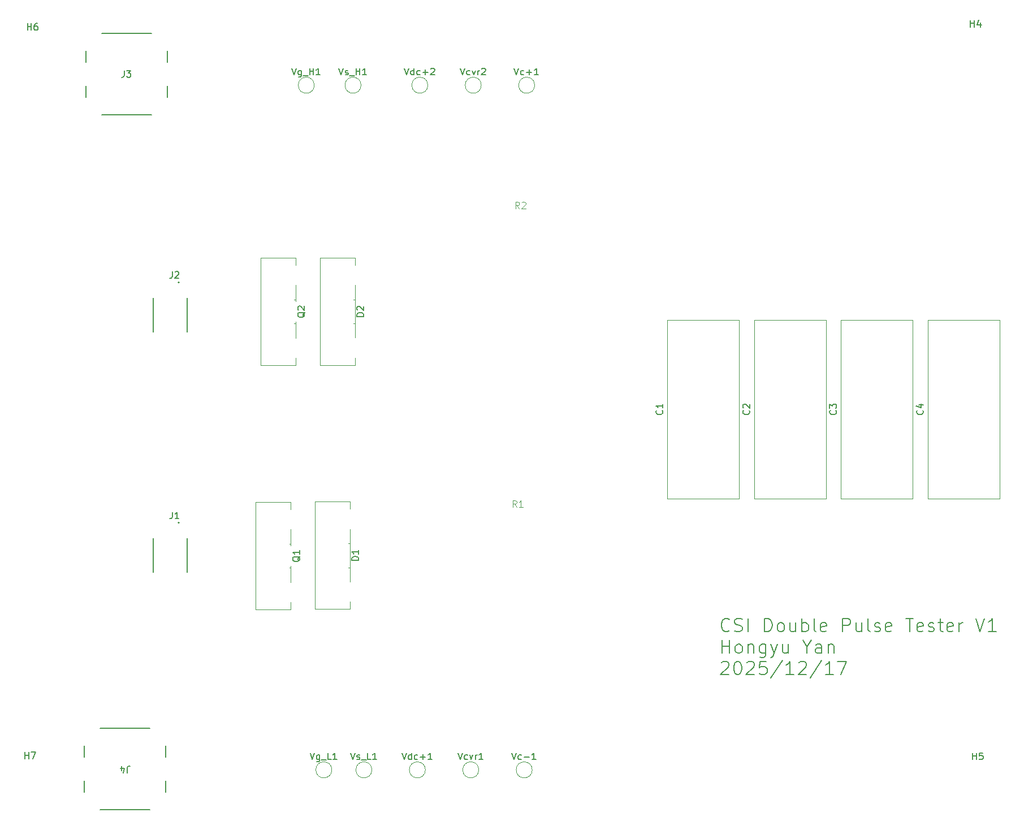
<source format=gbr>
%TF.GenerationSoftware,KiCad,Pcbnew,9.0.6*%
%TF.CreationDate,2025-12-19T02:54:44-05:00*%
%TF.ProjectId,CSI_Tester,4353495f-5465-4737-9465-722e6b696361,rev?*%
%TF.SameCoordinates,Original*%
%TF.FileFunction,Legend,Top*%
%TF.FilePolarity,Positive*%
%FSLAX46Y46*%
G04 Gerber Fmt 4.6, Leading zero omitted, Abs format (unit mm)*
G04 Created by KiCad (PCBNEW 9.0.6) date 2025-12-19 02:54:44*
%MOMM*%
%LPD*%
G01*
G04 APERTURE LIST*
%ADD10C,0.200000*%
%ADD11C,0.150000*%
%ADD12C,0.100000*%
%ADD13C,0.120000*%
%ADD14C,0.152400*%
G04 APERTURE END LIST*
D10*
X175750625Y-118114585D02*
X175655387Y-118209824D01*
X175655387Y-118209824D02*
X175369673Y-118305062D01*
X175369673Y-118305062D02*
X175179197Y-118305062D01*
X175179197Y-118305062D02*
X174893482Y-118209824D01*
X174893482Y-118209824D02*
X174703006Y-118019347D01*
X174703006Y-118019347D02*
X174607768Y-117828871D01*
X174607768Y-117828871D02*
X174512530Y-117447919D01*
X174512530Y-117447919D02*
X174512530Y-117162204D01*
X174512530Y-117162204D02*
X174607768Y-116781252D01*
X174607768Y-116781252D02*
X174703006Y-116590776D01*
X174703006Y-116590776D02*
X174893482Y-116400300D01*
X174893482Y-116400300D02*
X175179197Y-116305062D01*
X175179197Y-116305062D02*
X175369673Y-116305062D01*
X175369673Y-116305062D02*
X175655387Y-116400300D01*
X175655387Y-116400300D02*
X175750625Y-116495538D01*
X176512530Y-118209824D02*
X176798244Y-118305062D01*
X176798244Y-118305062D02*
X177274435Y-118305062D01*
X177274435Y-118305062D02*
X177464911Y-118209824D01*
X177464911Y-118209824D02*
X177560149Y-118114585D01*
X177560149Y-118114585D02*
X177655387Y-117924109D01*
X177655387Y-117924109D02*
X177655387Y-117733633D01*
X177655387Y-117733633D02*
X177560149Y-117543157D01*
X177560149Y-117543157D02*
X177464911Y-117447919D01*
X177464911Y-117447919D02*
X177274435Y-117352681D01*
X177274435Y-117352681D02*
X176893482Y-117257443D01*
X176893482Y-117257443D02*
X176703006Y-117162204D01*
X176703006Y-117162204D02*
X176607768Y-117066966D01*
X176607768Y-117066966D02*
X176512530Y-116876490D01*
X176512530Y-116876490D02*
X176512530Y-116686014D01*
X176512530Y-116686014D02*
X176607768Y-116495538D01*
X176607768Y-116495538D02*
X176703006Y-116400300D01*
X176703006Y-116400300D02*
X176893482Y-116305062D01*
X176893482Y-116305062D02*
X177369673Y-116305062D01*
X177369673Y-116305062D02*
X177655387Y-116400300D01*
X178512530Y-118305062D02*
X178512530Y-116305062D01*
X180988721Y-118305062D02*
X180988721Y-116305062D01*
X180988721Y-116305062D02*
X181464911Y-116305062D01*
X181464911Y-116305062D02*
X181750626Y-116400300D01*
X181750626Y-116400300D02*
X181941102Y-116590776D01*
X181941102Y-116590776D02*
X182036340Y-116781252D01*
X182036340Y-116781252D02*
X182131578Y-117162204D01*
X182131578Y-117162204D02*
X182131578Y-117447919D01*
X182131578Y-117447919D02*
X182036340Y-117828871D01*
X182036340Y-117828871D02*
X181941102Y-118019347D01*
X181941102Y-118019347D02*
X181750626Y-118209824D01*
X181750626Y-118209824D02*
X181464911Y-118305062D01*
X181464911Y-118305062D02*
X180988721Y-118305062D01*
X183274435Y-118305062D02*
X183083959Y-118209824D01*
X183083959Y-118209824D02*
X182988721Y-118114585D01*
X182988721Y-118114585D02*
X182893483Y-117924109D01*
X182893483Y-117924109D02*
X182893483Y-117352681D01*
X182893483Y-117352681D02*
X182988721Y-117162204D01*
X182988721Y-117162204D02*
X183083959Y-117066966D01*
X183083959Y-117066966D02*
X183274435Y-116971728D01*
X183274435Y-116971728D02*
X183560150Y-116971728D01*
X183560150Y-116971728D02*
X183750626Y-117066966D01*
X183750626Y-117066966D02*
X183845864Y-117162204D01*
X183845864Y-117162204D02*
X183941102Y-117352681D01*
X183941102Y-117352681D02*
X183941102Y-117924109D01*
X183941102Y-117924109D02*
X183845864Y-118114585D01*
X183845864Y-118114585D02*
X183750626Y-118209824D01*
X183750626Y-118209824D02*
X183560150Y-118305062D01*
X183560150Y-118305062D02*
X183274435Y-118305062D01*
X185655388Y-116971728D02*
X185655388Y-118305062D01*
X184798245Y-116971728D02*
X184798245Y-118019347D01*
X184798245Y-118019347D02*
X184893483Y-118209824D01*
X184893483Y-118209824D02*
X185083959Y-118305062D01*
X185083959Y-118305062D02*
X185369674Y-118305062D01*
X185369674Y-118305062D02*
X185560150Y-118209824D01*
X185560150Y-118209824D02*
X185655388Y-118114585D01*
X186607769Y-118305062D02*
X186607769Y-116305062D01*
X186607769Y-117066966D02*
X186798245Y-116971728D01*
X186798245Y-116971728D02*
X187179198Y-116971728D01*
X187179198Y-116971728D02*
X187369674Y-117066966D01*
X187369674Y-117066966D02*
X187464912Y-117162204D01*
X187464912Y-117162204D02*
X187560150Y-117352681D01*
X187560150Y-117352681D02*
X187560150Y-117924109D01*
X187560150Y-117924109D02*
X187464912Y-118114585D01*
X187464912Y-118114585D02*
X187369674Y-118209824D01*
X187369674Y-118209824D02*
X187179198Y-118305062D01*
X187179198Y-118305062D02*
X186798245Y-118305062D01*
X186798245Y-118305062D02*
X186607769Y-118209824D01*
X188703007Y-118305062D02*
X188512531Y-118209824D01*
X188512531Y-118209824D02*
X188417293Y-118019347D01*
X188417293Y-118019347D02*
X188417293Y-116305062D01*
X190226817Y-118209824D02*
X190036341Y-118305062D01*
X190036341Y-118305062D02*
X189655388Y-118305062D01*
X189655388Y-118305062D02*
X189464912Y-118209824D01*
X189464912Y-118209824D02*
X189369674Y-118019347D01*
X189369674Y-118019347D02*
X189369674Y-117257443D01*
X189369674Y-117257443D02*
X189464912Y-117066966D01*
X189464912Y-117066966D02*
X189655388Y-116971728D01*
X189655388Y-116971728D02*
X190036341Y-116971728D01*
X190036341Y-116971728D02*
X190226817Y-117066966D01*
X190226817Y-117066966D02*
X190322055Y-117257443D01*
X190322055Y-117257443D02*
X190322055Y-117447919D01*
X190322055Y-117447919D02*
X189369674Y-117638395D01*
X192703008Y-118305062D02*
X192703008Y-116305062D01*
X192703008Y-116305062D02*
X193464913Y-116305062D01*
X193464913Y-116305062D02*
X193655389Y-116400300D01*
X193655389Y-116400300D02*
X193750627Y-116495538D01*
X193750627Y-116495538D02*
X193845865Y-116686014D01*
X193845865Y-116686014D02*
X193845865Y-116971728D01*
X193845865Y-116971728D02*
X193750627Y-117162204D01*
X193750627Y-117162204D02*
X193655389Y-117257443D01*
X193655389Y-117257443D02*
X193464913Y-117352681D01*
X193464913Y-117352681D02*
X192703008Y-117352681D01*
X195560151Y-116971728D02*
X195560151Y-118305062D01*
X194703008Y-116971728D02*
X194703008Y-118019347D01*
X194703008Y-118019347D02*
X194798246Y-118209824D01*
X194798246Y-118209824D02*
X194988722Y-118305062D01*
X194988722Y-118305062D02*
X195274437Y-118305062D01*
X195274437Y-118305062D02*
X195464913Y-118209824D01*
X195464913Y-118209824D02*
X195560151Y-118114585D01*
X196798246Y-118305062D02*
X196607770Y-118209824D01*
X196607770Y-118209824D02*
X196512532Y-118019347D01*
X196512532Y-118019347D02*
X196512532Y-116305062D01*
X197464913Y-118209824D02*
X197655389Y-118305062D01*
X197655389Y-118305062D02*
X198036341Y-118305062D01*
X198036341Y-118305062D02*
X198226818Y-118209824D01*
X198226818Y-118209824D02*
X198322056Y-118019347D01*
X198322056Y-118019347D02*
X198322056Y-117924109D01*
X198322056Y-117924109D02*
X198226818Y-117733633D01*
X198226818Y-117733633D02*
X198036341Y-117638395D01*
X198036341Y-117638395D02*
X197750627Y-117638395D01*
X197750627Y-117638395D02*
X197560151Y-117543157D01*
X197560151Y-117543157D02*
X197464913Y-117352681D01*
X197464913Y-117352681D02*
X197464913Y-117257443D01*
X197464913Y-117257443D02*
X197560151Y-117066966D01*
X197560151Y-117066966D02*
X197750627Y-116971728D01*
X197750627Y-116971728D02*
X198036341Y-116971728D01*
X198036341Y-116971728D02*
X198226818Y-117066966D01*
X199941104Y-118209824D02*
X199750628Y-118305062D01*
X199750628Y-118305062D02*
X199369675Y-118305062D01*
X199369675Y-118305062D02*
X199179199Y-118209824D01*
X199179199Y-118209824D02*
X199083961Y-118019347D01*
X199083961Y-118019347D02*
X199083961Y-117257443D01*
X199083961Y-117257443D02*
X199179199Y-117066966D01*
X199179199Y-117066966D02*
X199369675Y-116971728D01*
X199369675Y-116971728D02*
X199750628Y-116971728D01*
X199750628Y-116971728D02*
X199941104Y-117066966D01*
X199941104Y-117066966D02*
X200036342Y-117257443D01*
X200036342Y-117257443D02*
X200036342Y-117447919D01*
X200036342Y-117447919D02*
X199083961Y-117638395D01*
X202131581Y-116305062D02*
X203274438Y-116305062D01*
X202703009Y-118305062D02*
X202703009Y-116305062D01*
X204703010Y-118209824D02*
X204512534Y-118305062D01*
X204512534Y-118305062D02*
X204131581Y-118305062D01*
X204131581Y-118305062D02*
X203941105Y-118209824D01*
X203941105Y-118209824D02*
X203845867Y-118019347D01*
X203845867Y-118019347D02*
X203845867Y-117257443D01*
X203845867Y-117257443D02*
X203941105Y-117066966D01*
X203941105Y-117066966D02*
X204131581Y-116971728D01*
X204131581Y-116971728D02*
X204512534Y-116971728D01*
X204512534Y-116971728D02*
X204703010Y-117066966D01*
X204703010Y-117066966D02*
X204798248Y-117257443D01*
X204798248Y-117257443D02*
X204798248Y-117447919D01*
X204798248Y-117447919D02*
X203845867Y-117638395D01*
X205560153Y-118209824D02*
X205750629Y-118305062D01*
X205750629Y-118305062D02*
X206131581Y-118305062D01*
X206131581Y-118305062D02*
X206322058Y-118209824D01*
X206322058Y-118209824D02*
X206417296Y-118019347D01*
X206417296Y-118019347D02*
X206417296Y-117924109D01*
X206417296Y-117924109D02*
X206322058Y-117733633D01*
X206322058Y-117733633D02*
X206131581Y-117638395D01*
X206131581Y-117638395D02*
X205845867Y-117638395D01*
X205845867Y-117638395D02*
X205655391Y-117543157D01*
X205655391Y-117543157D02*
X205560153Y-117352681D01*
X205560153Y-117352681D02*
X205560153Y-117257443D01*
X205560153Y-117257443D02*
X205655391Y-117066966D01*
X205655391Y-117066966D02*
X205845867Y-116971728D01*
X205845867Y-116971728D02*
X206131581Y-116971728D01*
X206131581Y-116971728D02*
X206322058Y-117066966D01*
X206988725Y-116971728D02*
X207750629Y-116971728D01*
X207274439Y-116305062D02*
X207274439Y-118019347D01*
X207274439Y-118019347D02*
X207369677Y-118209824D01*
X207369677Y-118209824D02*
X207560153Y-118305062D01*
X207560153Y-118305062D02*
X207750629Y-118305062D01*
X209179201Y-118209824D02*
X208988725Y-118305062D01*
X208988725Y-118305062D02*
X208607772Y-118305062D01*
X208607772Y-118305062D02*
X208417296Y-118209824D01*
X208417296Y-118209824D02*
X208322058Y-118019347D01*
X208322058Y-118019347D02*
X208322058Y-117257443D01*
X208322058Y-117257443D02*
X208417296Y-117066966D01*
X208417296Y-117066966D02*
X208607772Y-116971728D01*
X208607772Y-116971728D02*
X208988725Y-116971728D01*
X208988725Y-116971728D02*
X209179201Y-117066966D01*
X209179201Y-117066966D02*
X209274439Y-117257443D01*
X209274439Y-117257443D02*
X209274439Y-117447919D01*
X209274439Y-117447919D02*
X208322058Y-117638395D01*
X210131582Y-118305062D02*
X210131582Y-116971728D01*
X210131582Y-117352681D02*
X210226820Y-117162204D01*
X210226820Y-117162204D02*
X210322058Y-117066966D01*
X210322058Y-117066966D02*
X210512534Y-116971728D01*
X210512534Y-116971728D02*
X210703011Y-116971728D01*
X212607773Y-116305062D02*
X213274439Y-118305062D01*
X213274439Y-118305062D02*
X213941106Y-116305062D01*
X215655392Y-118305062D02*
X214512535Y-118305062D01*
X215083963Y-118305062D02*
X215083963Y-116305062D01*
X215083963Y-116305062D02*
X214893487Y-116590776D01*
X214893487Y-116590776D02*
X214703011Y-116781252D01*
X214703011Y-116781252D02*
X214512535Y-116876490D01*
X174607768Y-121524950D02*
X174607768Y-119524950D01*
X174607768Y-120477331D02*
X175750625Y-120477331D01*
X175750625Y-121524950D02*
X175750625Y-119524950D01*
X176988720Y-121524950D02*
X176798244Y-121429712D01*
X176798244Y-121429712D02*
X176703006Y-121334473D01*
X176703006Y-121334473D02*
X176607768Y-121143997D01*
X176607768Y-121143997D02*
X176607768Y-120572569D01*
X176607768Y-120572569D02*
X176703006Y-120382092D01*
X176703006Y-120382092D02*
X176798244Y-120286854D01*
X176798244Y-120286854D02*
X176988720Y-120191616D01*
X176988720Y-120191616D02*
X177274435Y-120191616D01*
X177274435Y-120191616D02*
X177464911Y-120286854D01*
X177464911Y-120286854D02*
X177560149Y-120382092D01*
X177560149Y-120382092D02*
X177655387Y-120572569D01*
X177655387Y-120572569D02*
X177655387Y-121143997D01*
X177655387Y-121143997D02*
X177560149Y-121334473D01*
X177560149Y-121334473D02*
X177464911Y-121429712D01*
X177464911Y-121429712D02*
X177274435Y-121524950D01*
X177274435Y-121524950D02*
X176988720Y-121524950D01*
X178512530Y-120191616D02*
X178512530Y-121524950D01*
X178512530Y-120382092D02*
X178607768Y-120286854D01*
X178607768Y-120286854D02*
X178798244Y-120191616D01*
X178798244Y-120191616D02*
X179083959Y-120191616D01*
X179083959Y-120191616D02*
X179274435Y-120286854D01*
X179274435Y-120286854D02*
X179369673Y-120477331D01*
X179369673Y-120477331D02*
X179369673Y-121524950D01*
X181179197Y-120191616D02*
X181179197Y-121810664D01*
X181179197Y-121810664D02*
X181083959Y-122001140D01*
X181083959Y-122001140D02*
X180988721Y-122096378D01*
X180988721Y-122096378D02*
X180798244Y-122191616D01*
X180798244Y-122191616D02*
X180512530Y-122191616D01*
X180512530Y-122191616D02*
X180322054Y-122096378D01*
X181179197Y-121429712D02*
X180988721Y-121524950D01*
X180988721Y-121524950D02*
X180607768Y-121524950D01*
X180607768Y-121524950D02*
X180417292Y-121429712D01*
X180417292Y-121429712D02*
X180322054Y-121334473D01*
X180322054Y-121334473D02*
X180226816Y-121143997D01*
X180226816Y-121143997D02*
X180226816Y-120572569D01*
X180226816Y-120572569D02*
X180322054Y-120382092D01*
X180322054Y-120382092D02*
X180417292Y-120286854D01*
X180417292Y-120286854D02*
X180607768Y-120191616D01*
X180607768Y-120191616D02*
X180988721Y-120191616D01*
X180988721Y-120191616D02*
X181179197Y-120286854D01*
X181941102Y-120191616D02*
X182417292Y-121524950D01*
X182893483Y-120191616D02*
X182417292Y-121524950D01*
X182417292Y-121524950D02*
X182226816Y-122001140D01*
X182226816Y-122001140D02*
X182131578Y-122096378D01*
X182131578Y-122096378D02*
X181941102Y-122191616D01*
X184512531Y-120191616D02*
X184512531Y-121524950D01*
X183655388Y-120191616D02*
X183655388Y-121239235D01*
X183655388Y-121239235D02*
X183750626Y-121429712D01*
X183750626Y-121429712D02*
X183941102Y-121524950D01*
X183941102Y-121524950D02*
X184226817Y-121524950D01*
X184226817Y-121524950D02*
X184417293Y-121429712D01*
X184417293Y-121429712D02*
X184512531Y-121334473D01*
X187369674Y-120572569D02*
X187369674Y-121524950D01*
X186703008Y-119524950D02*
X187369674Y-120572569D01*
X187369674Y-120572569D02*
X188036341Y-119524950D01*
X189560151Y-121524950D02*
X189560151Y-120477331D01*
X189560151Y-120477331D02*
X189464913Y-120286854D01*
X189464913Y-120286854D02*
X189274437Y-120191616D01*
X189274437Y-120191616D02*
X188893484Y-120191616D01*
X188893484Y-120191616D02*
X188703008Y-120286854D01*
X189560151Y-121429712D02*
X189369675Y-121524950D01*
X189369675Y-121524950D02*
X188893484Y-121524950D01*
X188893484Y-121524950D02*
X188703008Y-121429712D01*
X188703008Y-121429712D02*
X188607770Y-121239235D01*
X188607770Y-121239235D02*
X188607770Y-121048759D01*
X188607770Y-121048759D02*
X188703008Y-120858283D01*
X188703008Y-120858283D02*
X188893484Y-120763045D01*
X188893484Y-120763045D02*
X189369675Y-120763045D01*
X189369675Y-120763045D02*
X189560151Y-120667807D01*
X190512532Y-120191616D02*
X190512532Y-121524950D01*
X190512532Y-120382092D02*
X190607770Y-120286854D01*
X190607770Y-120286854D02*
X190798246Y-120191616D01*
X190798246Y-120191616D02*
X191083961Y-120191616D01*
X191083961Y-120191616D02*
X191274437Y-120286854D01*
X191274437Y-120286854D02*
X191369675Y-120477331D01*
X191369675Y-120477331D02*
X191369675Y-121524950D01*
X174512530Y-122935314D02*
X174607768Y-122840076D01*
X174607768Y-122840076D02*
X174798244Y-122744838D01*
X174798244Y-122744838D02*
X175274435Y-122744838D01*
X175274435Y-122744838D02*
X175464911Y-122840076D01*
X175464911Y-122840076D02*
X175560149Y-122935314D01*
X175560149Y-122935314D02*
X175655387Y-123125790D01*
X175655387Y-123125790D02*
X175655387Y-123316266D01*
X175655387Y-123316266D02*
X175560149Y-123601980D01*
X175560149Y-123601980D02*
X174417292Y-124744838D01*
X174417292Y-124744838D02*
X175655387Y-124744838D01*
X176893482Y-122744838D02*
X177083959Y-122744838D01*
X177083959Y-122744838D02*
X177274435Y-122840076D01*
X177274435Y-122840076D02*
X177369673Y-122935314D01*
X177369673Y-122935314D02*
X177464911Y-123125790D01*
X177464911Y-123125790D02*
X177560149Y-123506742D01*
X177560149Y-123506742D02*
X177560149Y-123982933D01*
X177560149Y-123982933D02*
X177464911Y-124363885D01*
X177464911Y-124363885D02*
X177369673Y-124554361D01*
X177369673Y-124554361D02*
X177274435Y-124649600D01*
X177274435Y-124649600D02*
X177083959Y-124744838D01*
X177083959Y-124744838D02*
X176893482Y-124744838D01*
X176893482Y-124744838D02*
X176703006Y-124649600D01*
X176703006Y-124649600D02*
X176607768Y-124554361D01*
X176607768Y-124554361D02*
X176512530Y-124363885D01*
X176512530Y-124363885D02*
X176417292Y-123982933D01*
X176417292Y-123982933D02*
X176417292Y-123506742D01*
X176417292Y-123506742D02*
X176512530Y-123125790D01*
X176512530Y-123125790D02*
X176607768Y-122935314D01*
X176607768Y-122935314D02*
X176703006Y-122840076D01*
X176703006Y-122840076D02*
X176893482Y-122744838D01*
X178322054Y-122935314D02*
X178417292Y-122840076D01*
X178417292Y-122840076D02*
X178607768Y-122744838D01*
X178607768Y-122744838D02*
X179083959Y-122744838D01*
X179083959Y-122744838D02*
X179274435Y-122840076D01*
X179274435Y-122840076D02*
X179369673Y-122935314D01*
X179369673Y-122935314D02*
X179464911Y-123125790D01*
X179464911Y-123125790D02*
X179464911Y-123316266D01*
X179464911Y-123316266D02*
X179369673Y-123601980D01*
X179369673Y-123601980D02*
X178226816Y-124744838D01*
X178226816Y-124744838D02*
X179464911Y-124744838D01*
X181274435Y-122744838D02*
X180322054Y-122744838D01*
X180322054Y-122744838D02*
X180226816Y-123697219D01*
X180226816Y-123697219D02*
X180322054Y-123601980D01*
X180322054Y-123601980D02*
X180512530Y-123506742D01*
X180512530Y-123506742D02*
X180988721Y-123506742D01*
X180988721Y-123506742D02*
X181179197Y-123601980D01*
X181179197Y-123601980D02*
X181274435Y-123697219D01*
X181274435Y-123697219D02*
X181369673Y-123887695D01*
X181369673Y-123887695D02*
X181369673Y-124363885D01*
X181369673Y-124363885D02*
X181274435Y-124554361D01*
X181274435Y-124554361D02*
X181179197Y-124649600D01*
X181179197Y-124649600D02*
X180988721Y-124744838D01*
X180988721Y-124744838D02*
X180512530Y-124744838D01*
X180512530Y-124744838D02*
X180322054Y-124649600D01*
X180322054Y-124649600D02*
X180226816Y-124554361D01*
X183655387Y-122649600D02*
X181941102Y-125221028D01*
X185369673Y-124744838D02*
X184226816Y-124744838D01*
X184798244Y-124744838D02*
X184798244Y-122744838D01*
X184798244Y-122744838D02*
X184607768Y-123030552D01*
X184607768Y-123030552D02*
X184417292Y-123221028D01*
X184417292Y-123221028D02*
X184226816Y-123316266D01*
X186131578Y-122935314D02*
X186226816Y-122840076D01*
X186226816Y-122840076D02*
X186417292Y-122744838D01*
X186417292Y-122744838D02*
X186893483Y-122744838D01*
X186893483Y-122744838D02*
X187083959Y-122840076D01*
X187083959Y-122840076D02*
X187179197Y-122935314D01*
X187179197Y-122935314D02*
X187274435Y-123125790D01*
X187274435Y-123125790D02*
X187274435Y-123316266D01*
X187274435Y-123316266D02*
X187179197Y-123601980D01*
X187179197Y-123601980D02*
X186036340Y-124744838D01*
X186036340Y-124744838D02*
X187274435Y-124744838D01*
X189560149Y-122649600D02*
X187845864Y-125221028D01*
X191274435Y-124744838D02*
X190131578Y-124744838D01*
X190703006Y-124744838D02*
X190703006Y-122744838D01*
X190703006Y-122744838D02*
X190512530Y-123030552D01*
X190512530Y-123030552D02*
X190322054Y-123221028D01*
X190322054Y-123221028D02*
X190131578Y-123316266D01*
X191941102Y-122744838D02*
X193274435Y-122744838D01*
X193274435Y-122744838D02*
X192417292Y-124744838D01*
D11*
X110203333Y-33931819D02*
X110536666Y-34931819D01*
X110536666Y-34931819D02*
X110869999Y-33931819D01*
X111631904Y-34265152D02*
X111631904Y-35074676D01*
X111631904Y-35074676D02*
X111584285Y-35169914D01*
X111584285Y-35169914D02*
X111536666Y-35217533D01*
X111536666Y-35217533D02*
X111441428Y-35265152D01*
X111441428Y-35265152D02*
X111298571Y-35265152D01*
X111298571Y-35265152D02*
X111203333Y-35217533D01*
X111631904Y-34884200D02*
X111536666Y-34931819D01*
X111536666Y-34931819D02*
X111346190Y-34931819D01*
X111346190Y-34931819D02*
X111250952Y-34884200D01*
X111250952Y-34884200D02*
X111203333Y-34836580D01*
X111203333Y-34836580D02*
X111155714Y-34741342D01*
X111155714Y-34741342D02*
X111155714Y-34455628D01*
X111155714Y-34455628D02*
X111203333Y-34360390D01*
X111203333Y-34360390D02*
X111250952Y-34312771D01*
X111250952Y-34312771D02*
X111346190Y-34265152D01*
X111346190Y-34265152D02*
X111536666Y-34265152D01*
X111536666Y-34265152D02*
X111631904Y-34312771D01*
X111870000Y-35027057D02*
X112631904Y-35027057D01*
X112870000Y-34931819D02*
X112870000Y-33931819D01*
X112870000Y-34408009D02*
X113441428Y-34408009D01*
X113441428Y-34931819D02*
X113441428Y-33931819D01*
X114441428Y-34931819D02*
X113870000Y-34931819D01*
X114155714Y-34931819D02*
X114155714Y-33931819D01*
X114155714Y-33931819D02*
X114060476Y-34074676D01*
X114060476Y-34074676D02*
X113965238Y-34169914D01*
X113965238Y-34169914D02*
X113870000Y-34217533D01*
X117250952Y-33931819D02*
X117584285Y-34931819D01*
X117584285Y-34931819D02*
X117917618Y-33931819D01*
X118203333Y-34884200D02*
X118298571Y-34931819D01*
X118298571Y-34931819D02*
X118489047Y-34931819D01*
X118489047Y-34931819D02*
X118584285Y-34884200D01*
X118584285Y-34884200D02*
X118631904Y-34788961D01*
X118631904Y-34788961D02*
X118631904Y-34741342D01*
X118631904Y-34741342D02*
X118584285Y-34646104D01*
X118584285Y-34646104D02*
X118489047Y-34598485D01*
X118489047Y-34598485D02*
X118346190Y-34598485D01*
X118346190Y-34598485D02*
X118250952Y-34550866D01*
X118250952Y-34550866D02*
X118203333Y-34455628D01*
X118203333Y-34455628D02*
X118203333Y-34408009D01*
X118203333Y-34408009D02*
X118250952Y-34312771D01*
X118250952Y-34312771D02*
X118346190Y-34265152D01*
X118346190Y-34265152D02*
X118489047Y-34265152D01*
X118489047Y-34265152D02*
X118584285Y-34312771D01*
X118822381Y-35027057D02*
X119584285Y-35027057D01*
X119822381Y-34931819D02*
X119822381Y-33931819D01*
X119822381Y-34408009D02*
X120393809Y-34408009D01*
X120393809Y-34931819D02*
X120393809Y-33931819D01*
X121393809Y-34931819D02*
X120822381Y-34931819D01*
X121108095Y-34931819D02*
X121108095Y-33931819D01*
X121108095Y-33931819D02*
X121012857Y-34074676D01*
X121012857Y-34074676D02*
X120917619Y-34169914D01*
X120917619Y-34169914D02*
X120822381Y-34217533D01*
X143512857Y-33931819D02*
X143846190Y-34931819D01*
X143846190Y-34931819D02*
X144179523Y-33931819D01*
X144941428Y-34884200D02*
X144846190Y-34931819D01*
X144846190Y-34931819D02*
X144655714Y-34931819D01*
X144655714Y-34931819D02*
X144560476Y-34884200D01*
X144560476Y-34884200D02*
X144512857Y-34836580D01*
X144512857Y-34836580D02*
X144465238Y-34741342D01*
X144465238Y-34741342D02*
X144465238Y-34455628D01*
X144465238Y-34455628D02*
X144512857Y-34360390D01*
X144512857Y-34360390D02*
X144560476Y-34312771D01*
X144560476Y-34312771D02*
X144655714Y-34265152D01*
X144655714Y-34265152D02*
X144846190Y-34265152D01*
X144846190Y-34265152D02*
X144941428Y-34312771D01*
X145370000Y-34550866D02*
X146131905Y-34550866D01*
X145750952Y-34931819D02*
X145750952Y-34169914D01*
X147131904Y-34931819D02*
X146560476Y-34931819D01*
X146846190Y-34931819D02*
X146846190Y-33931819D01*
X146846190Y-33931819D02*
X146750952Y-34074676D01*
X146750952Y-34074676D02*
X146655714Y-34169914D01*
X146655714Y-34169914D02*
X146560476Y-34217533D01*
X126690476Y-136456819D02*
X127023809Y-137456819D01*
X127023809Y-137456819D02*
X127357142Y-136456819D01*
X128119047Y-137456819D02*
X128119047Y-136456819D01*
X128119047Y-137409200D02*
X128023809Y-137456819D01*
X128023809Y-137456819D02*
X127833333Y-137456819D01*
X127833333Y-137456819D02*
X127738095Y-137409200D01*
X127738095Y-137409200D02*
X127690476Y-137361580D01*
X127690476Y-137361580D02*
X127642857Y-137266342D01*
X127642857Y-137266342D02*
X127642857Y-136980628D01*
X127642857Y-136980628D02*
X127690476Y-136885390D01*
X127690476Y-136885390D02*
X127738095Y-136837771D01*
X127738095Y-136837771D02*
X127833333Y-136790152D01*
X127833333Y-136790152D02*
X128023809Y-136790152D01*
X128023809Y-136790152D02*
X128119047Y-136837771D01*
X129023809Y-137409200D02*
X128928571Y-137456819D01*
X128928571Y-137456819D02*
X128738095Y-137456819D01*
X128738095Y-137456819D02*
X128642857Y-137409200D01*
X128642857Y-137409200D02*
X128595238Y-137361580D01*
X128595238Y-137361580D02*
X128547619Y-137266342D01*
X128547619Y-137266342D02*
X128547619Y-136980628D01*
X128547619Y-136980628D02*
X128595238Y-136885390D01*
X128595238Y-136885390D02*
X128642857Y-136837771D01*
X128642857Y-136837771D02*
X128738095Y-136790152D01*
X128738095Y-136790152D02*
X128928571Y-136790152D01*
X128928571Y-136790152D02*
X129023809Y-136837771D01*
X129452381Y-137075866D02*
X130214286Y-137075866D01*
X129833333Y-137456819D02*
X129833333Y-136694914D01*
X131214285Y-137456819D02*
X130642857Y-137456819D01*
X130928571Y-137456819D02*
X130928571Y-136456819D01*
X130928571Y-136456819D02*
X130833333Y-136599676D01*
X130833333Y-136599676D02*
X130738095Y-136694914D01*
X130738095Y-136694914D02*
X130642857Y-136742533D01*
X92301666Y-100389819D02*
X92301666Y-101104104D01*
X92301666Y-101104104D02*
X92254047Y-101246961D01*
X92254047Y-101246961D02*
X92158809Y-101342200D01*
X92158809Y-101342200D02*
X92015952Y-101389819D01*
X92015952Y-101389819D02*
X91920714Y-101389819D01*
X93301666Y-101389819D02*
X92730238Y-101389819D01*
X93015952Y-101389819D02*
X93015952Y-100389819D01*
X93015952Y-100389819D02*
X92920714Y-100532676D01*
X92920714Y-100532676D02*
X92825476Y-100627914D01*
X92825476Y-100627914D02*
X92730238Y-100675533D01*
X204659580Y-85166666D02*
X204707200Y-85214285D01*
X204707200Y-85214285D02*
X204754819Y-85357142D01*
X204754819Y-85357142D02*
X204754819Y-85452380D01*
X204754819Y-85452380D02*
X204707200Y-85595237D01*
X204707200Y-85595237D02*
X204611961Y-85690475D01*
X204611961Y-85690475D02*
X204516723Y-85738094D01*
X204516723Y-85738094D02*
X204326247Y-85785713D01*
X204326247Y-85785713D02*
X204183390Y-85785713D01*
X204183390Y-85785713D02*
X203992914Y-85738094D01*
X203992914Y-85738094D02*
X203897676Y-85690475D01*
X203897676Y-85690475D02*
X203802438Y-85595237D01*
X203802438Y-85595237D02*
X203754819Y-85452380D01*
X203754819Y-85452380D02*
X203754819Y-85357142D01*
X203754819Y-85357142D02*
X203802438Y-85214285D01*
X203802438Y-85214285D02*
X203850057Y-85166666D01*
X204088152Y-84309523D02*
X204754819Y-84309523D01*
X203707200Y-84547618D02*
X204421485Y-84785713D01*
X204421485Y-84785713D02*
X204421485Y-84166666D01*
X111445057Y-107043638D02*
X111397438Y-107138876D01*
X111397438Y-107138876D02*
X111302200Y-107234114D01*
X111302200Y-107234114D02*
X111159342Y-107376971D01*
X111159342Y-107376971D02*
X111111723Y-107472209D01*
X111111723Y-107472209D02*
X111111723Y-107567447D01*
X111349819Y-107519828D02*
X111302200Y-107615066D01*
X111302200Y-107615066D02*
X111206961Y-107710304D01*
X111206961Y-107710304D02*
X111016485Y-107757923D01*
X111016485Y-107757923D02*
X110683152Y-107757923D01*
X110683152Y-107757923D02*
X110492676Y-107710304D01*
X110492676Y-107710304D02*
X110397438Y-107615066D01*
X110397438Y-107615066D02*
X110349819Y-107519828D01*
X110349819Y-107519828D02*
X110349819Y-107329352D01*
X110349819Y-107329352D02*
X110397438Y-107234114D01*
X110397438Y-107234114D02*
X110492676Y-107138876D01*
X110492676Y-107138876D02*
X110683152Y-107091257D01*
X110683152Y-107091257D02*
X111016485Y-107091257D01*
X111016485Y-107091257D02*
X111206961Y-107138876D01*
X111206961Y-107138876D02*
X111302200Y-107234114D01*
X111302200Y-107234114D02*
X111349819Y-107329352D01*
X111349819Y-107329352D02*
X111349819Y-107519828D01*
X111349819Y-106138876D02*
X111349819Y-106710304D01*
X111349819Y-106424590D02*
X110349819Y-106424590D01*
X110349819Y-106424590D02*
X110492676Y-106519828D01*
X110492676Y-106519828D02*
X110587914Y-106615066D01*
X110587914Y-106615066D02*
X110635533Y-106710304D01*
X178659580Y-85166666D02*
X178707200Y-85214285D01*
X178707200Y-85214285D02*
X178754819Y-85357142D01*
X178754819Y-85357142D02*
X178754819Y-85452380D01*
X178754819Y-85452380D02*
X178707200Y-85595237D01*
X178707200Y-85595237D02*
X178611961Y-85690475D01*
X178611961Y-85690475D02*
X178516723Y-85738094D01*
X178516723Y-85738094D02*
X178326247Y-85785713D01*
X178326247Y-85785713D02*
X178183390Y-85785713D01*
X178183390Y-85785713D02*
X177992914Y-85738094D01*
X177992914Y-85738094D02*
X177897676Y-85690475D01*
X177897676Y-85690475D02*
X177802438Y-85595237D01*
X177802438Y-85595237D02*
X177754819Y-85452380D01*
X177754819Y-85452380D02*
X177754819Y-85357142D01*
X177754819Y-85357142D02*
X177802438Y-85214285D01*
X177802438Y-85214285D02*
X177850057Y-85166666D01*
X177850057Y-84785713D02*
X177802438Y-84738094D01*
X177802438Y-84738094D02*
X177754819Y-84642856D01*
X177754819Y-84642856D02*
X177754819Y-84404761D01*
X177754819Y-84404761D02*
X177802438Y-84309523D01*
X177802438Y-84309523D02*
X177850057Y-84261904D01*
X177850057Y-84261904D02*
X177945295Y-84214285D01*
X177945295Y-84214285D02*
X178040533Y-84214285D01*
X178040533Y-84214285D02*
X178183390Y-84261904D01*
X178183390Y-84261904D02*
X178754819Y-84833332D01*
X178754819Y-84833332D02*
X178754819Y-84214285D01*
X165659580Y-85166666D02*
X165707200Y-85214285D01*
X165707200Y-85214285D02*
X165754819Y-85357142D01*
X165754819Y-85357142D02*
X165754819Y-85452380D01*
X165754819Y-85452380D02*
X165707200Y-85595237D01*
X165707200Y-85595237D02*
X165611961Y-85690475D01*
X165611961Y-85690475D02*
X165516723Y-85738094D01*
X165516723Y-85738094D02*
X165326247Y-85785713D01*
X165326247Y-85785713D02*
X165183390Y-85785713D01*
X165183390Y-85785713D02*
X164992914Y-85738094D01*
X164992914Y-85738094D02*
X164897676Y-85690475D01*
X164897676Y-85690475D02*
X164802438Y-85595237D01*
X164802438Y-85595237D02*
X164754819Y-85452380D01*
X164754819Y-85452380D02*
X164754819Y-85357142D01*
X164754819Y-85357142D02*
X164802438Y-85214285D01*
X164802438Y-85214285D02*
X164850057Y-85166666D01*
X165754819Y-84214285D02*
X165754819Y-84785713D01*
X165754819Y-84499999D02*
X164754819Y-84499999D01*
X164754819Y-84499999D02*
X164897676Y-84595237D01*
X164897676Y-84595237D02*
X164992914Y-84690475D01*
X164992914Y-84690475D02*
X165040533Y-84785713D01*
X120201019Y-107621294D02*
X119201019Y-107621294D01*
X119201019Y-107621294D02*
X119201019Y-107383199D01*
X119201019Y-107383199D02*
X119248638Y-107240342D01*
X119248638Y-107240342D02*
X119343876Y-107145104D01*
X119343876Y-107145104D02*
X119439114Y-107097485D01*
X119439114Y-107097485D02*
X119629590Y-107049866D01*
X119629590Y-107049866D02*
X119772447Y-107049866D01*
X119772447Y-107049866D02*
X119962923Y-107097485D01*
X119962923Y-107097485D02*
X120058161Y-107145104D01*
X120058161Y-107145104D02*
X120153400Y-107240342D01*
X120153400Y-107240342D02*
X120201019Y-107383199D01*
X120201019Y-107383199D02*
X120201019Y-107621294D01*
X120201019Y-106097485D02*
X120201019Y-106668913D01*
X120201019Y-106383199D02*
X119201019Y-106383199D01*
X119201019Y-106383199D02*
X119343876Y-106478437D01*
X119343876Y-106478437D02*
X119439114Y-106573675D01*
X119439114Y-106573675D02*
X119486733Y-106668913D01*
D12*
X143858333Y-99657419D02*
X143525000Y-99181228D01*
X143286905Y-99657419D02*
X143286905Y-98657419D01*
X143286905Y-98657419D02*
X143667857Y-98657419D01*
X143667857Y-98657419D02*
X143763095Y-98705038D01*
X143763095Y-98705038D02*
X143810714Y-98752657D01*
X143810714Y-98752657D02*
X143858333Y-98847895D01*
X143858333Y-98847895D02*
X143858333Y-98990752D01*
X143858333Y-98990752D02*
X143810714Y-99085990D01*
X143810714Y-99085990D02*
X143763095Y-99133609D01*
X143763095Y-99133609D02*
X143667857Y-99181228D01*
X143667857Y-99181228D02*
X143286905Y-99181228D01*
X144810714Y-99657419D02*
X144239286Y-99657419D01*
X144525000Y-99657419D02*
X144525000Y-98657419D01*
X144525000Y-98657419D02*
X144429762Y-98800276D01*
X144429762Y-98800276D02*
X144334524Y-98895514D01*
X144334524Y-98895514D02*
X144239286Y-98943133D01*
D11*
X120963019Y-71096094D02*
X119963019Y-71096094D01*
X119963019Y-71096094D02*
X119963019Y-70857999D01*
X119963019Y-70857999D02*
X120010638Y-70715142D01*
X120010638Y-70715142D02*
X120105876Y-70619904D01*
X120105876Y-70619904D02*
X120201114Y-70572285D01*
X120201114Y-70572285D02*
X120391590Y-70524666D01*
X120391590Y-70524666D02*
X120534447Y-70524666D01*
X120534447Y-70524666D02*
X120724923Y-70572285D01*
X120724923Y-70572285D02*
X120820161Y-70619904D01*
X120820161Y-70619904D02*
X120915400Y-70715142D01*
X120915400Y-70715142D02*
X120963019Y-70857999D01*
X120963019Y-70857999D02*
X120963019Y-71096094D01*
X120058257Y-70143713D02*
X120010638Y-70096094D01*
X120010638Y-70096094D02*
X119963019Y-70000856D01*
X119963019Y-70000856D02*
X119963019Y-69762761D01*
X119963019Y-69762761D02*
X120010638Y-69667523D01*
X120010638Y-69667523D02*
X120058257Y-69619904D01*
X120058257Y-69619904D02*
X120153495Y-69572285D01*
X120153495Y-69572285D02*
X120248733Y-69572285D01*
X120248733Y-69572285D02*
X120391590Y-69619904D01*
X120391590Y-69619904D02*
X120963019Y-70191332D01*
X120963019Y-70191332D02*
X120963019Y-69572285D01*
X143142857Y-136456819D02*
X143476190Y-137456819D01*
X143476190Y-137456819D02*
X143809523Y-136456819D01*
X144571428Y-137409200D02*
X144476190Y-137456819D01*
X144476190Y-137456819D02*
X144285714Y-137456819D01*
X144285714Y-137456819D02*
X144190476Y-137409200D01*
X144190476Y-137409200D02*
X144142857Y-137361580D01*
X144142857Y-137361580D02*
X144095238Y-137266342D01*
X144095238Y-137266342D02*
X144095238Y-136980628D01*
X144095238Y-136980628D02*
X144142857Y-136885390D01*
X144142857Y-136885390D02*
X144190476Y-136837771D01*
X144190476Y-136837771D02*
X144285714Y-136790152D01*
X144285714Y-136790152D02*
X144476190Y-136790152D01*
X144476190Y-136790152D02*
X144571428Y-136837771D01*
X145000000Y-137075866D02*
X145761905Y-137075866D01*
X146761904Y-137456819D02*
X146190476Y-137456819D01*
X146476190Y-137456819D02*
X146476190Y-136456819D01*
X146476190Y-136456819D02*
X146380952Y-136599676D01*
X146380952Y-136599676D02*
X146285714Y-136694914D01*
X146285714Y-136694914D02*
X146190476Y-136742533D01*
X191659580Y-85166666D02*
X191707200Y-85214285D01*
X191707200Y-85214285D02*
X191754819Y-85357142D01*
X191754819Y-85357142D02*
X191754819Y-85452380D01*
X191754819Y-85452380D02*
X191707200Y-85595237D01*
X191707200Y-85595237D02*
X191611961Y-85690475D01*
X191611961Y-85690475D02*
X191516723Y-85738094D01*
X191516723Y-85738094D02*
X191326247Y-85785713D01*
X191326247Y-85785713D02*
X191183390Y-85785713D01*
X191183390Y-85785713D02*
X190992914Y-85738094D01*
X190992914Y-85738094D02*
X190897676Y-85690475D01*
X190897676Y-85690475D02*
X190802438Y-85595237D01*
X190802438Y-85595237D02*
X190754819Y-85452380D01*
X190754819Y-85452380D02*
X190754819Y-85357142D01*
X190754819Y-85357142D02*
X190802438Y-85214285D01*
X190802438Y-85214285D02*
X190850057Y-85166666D01*
X190754819Y-84833332D02*
X190754819Y-84214285D01*
X190754819Y-84214285D02*
X191135771Y-84547618D01*
X191135771Y-84547618D02*
X191135771Y-84404761D01*
X191135771Y-84404761D02*
X191183390Y-84309523D01*
X191183390Y-84309523D02*
X191231009Y-84261904D01*
X191231009Y-84261904D02*
X191326247Y-84214285D01*
X191326247Y-84214285D02*
X191564342Y-84214285D01*
X191564342Y-84214285D02*
X191659580Y-84261904D01*
X191659580Y-84261904D02*
X191707200Y-84309523D01*
X191707200Y-84309523D02*
X191754819Y-84404761D01*
X191754819Y-84404761D02*
X191754819Y-84690475D01*
X191754819Y-84690475D02*
X191707200Y-84785713D01*
X191707200Y-84785713D02*
X191659580Y-84833332D01*
X212138095Y-137454819D02*
X212138095Y-136454819D01*
X212138095Y-136931009D02*
X212709523Y-136931009D01*
X212709523Y-137454819D02*
X212709523Y-136454819D01*
X213661904Y-136454819D02*
X213185714Y-136454819D01*
X213185714Y-136454819D02*
X213138095Y-136931009D01*
X213138095Y-136931009D02*
X213185714Y-136883390D01*
X213185714Y-136883390D02*
X213280952Y-136835771D01*
X213280952Y-136835771D02*
X213519047Y-136835771D01*
X213519047Y-136835771D02*
X213614285Y-136883390D01*
X213614285Y-136883390D02*
X213661904Y-136931009D01*
X213661904Y-136931009D02*
X213709523Y-137026247D01*
X213709523Y-137026247D02*
X213709523Y-137264342D01*
X213709523Y-137264342D02*
X213661904Y-137359580D01*
X213661904Y-137359580D02*
X213614285Y-137407200D01*
X213614285Y-137407200D02*
X213519047Y-137454819D01*
X213519047Y-137454819D02*
X213280952Y-137454819D01*
X213280952Y-137454819D02*
X213185714Y-137407200D01*
X213185714Y-137407200D02*
X213138095Y-137359580D01*
D12*
X144258333Y-54957419D02*
X143925000Y-54481228D01*
X143686905Y-54957419D02*
X143686905Y-53957419D01*
X143686905Y-53957419D02*
X144067857Y-53957419D01*
X144067857Y-53957419D02*
X144163095Y-54005038D01*
X144163095Y-54005038D02*
X144210714Y-54052657D01*
X144210714Y-54052657D02*
X144258333Y-54147895D01*
X144258333Y-54147895D02*
X144258333Y-54290752D01*
X144258333Y-54290752D02*
X144210714Y-54385990D01*
X144210714Y-54385990D02*
X144163095Y-54433609D01*
X144163095Y-54433609D02*
X144067857Y-54481228D01*
X144067857Y-54481228D02*
X143686905Y-54481228D01*
X144639286Y-54052657D02*
X144686905Y-54005038D01*
X144686905Y-54005038D02*
X144782143Y-53957419D01*
X144782143Y-53957419D02*
X145020238Y-53957419D01*
X145020238Y-53957419D02*
X145115476Y-54005038D01*
X145115476Y-54005038D02*
X145163095Y-54052657D01*
X145163095Y-54052657D02*
X145210714Y-54147895D01*
X145210714Y-54147895D02*
X145210714Y-54243133D01*
X145210714Y-54243133D02*
X145163095Y-54385990D01*
X145163095Y-54385990D02*
X144591667Y-54957419D01*
X144591667Y-54957419D02*
X145210714Y-54957419D01*
D11*
X211838095Y-27754819D02*
X211838095Y-26754819D01*
X211838095Y-27231009D02*
X212409523Y-27231009D01*
X212409523Y-27754819D02*
X212409523Y-26754819D01*
X213314285Y-27088152D02*
X213314285Y-27754819D01*
X213076190Y-26707200D02*
X212838095Y-27421485D01*
X212838095Y-27421485D02*
X213457142Y-27421485D01*
X92301666Y-64389819D02*
X92301666Y-65104104D01*
X92301666Y-65104104D02*
X92254047Y-65246961D01*
X92254047Y-65246961D02*
X92158809Y-65342200D01*
X92158809Y-65342200D02*
X92015952Y-65389819D01*
X92015952Y-65389819D02*
X91920714Y-65389819D01*
X92730238Y-64485057D02*
X92777857Y-64437438D01*
X92777857Y-64437438D02*
X92873095Y-64389819D01*
X92873095Y-64389819D02*
X93111190Y-64389819D01*
X93111190Y-64389819D02*
X93206428Y-64437438D01*
X93206428Y-64437438D02*
X93254047Y-64485057D01*
X93254047Y-64485057D02*
X93301666Y-64580295D01*
X93301666Y-64580295D02*
X93301666Y-64675533D01*
X93301666Y-64675533D02*
X93254047Y-64818390D01*
X93254047Y-64818390D02*
X92682619Y-65389819D01*
X92682619Y-65389819D02*
X93301666Y-65389819D01*
X85104766Y-34278669D02*
X85104766Y-34992954D01*
X85104766Y-34992954D02*
X85057147Y-35135811D01*
X85057147Y-35135811D02*
X84961909Y-35231050D01*
X84961909Y-35231050D02*
X84819052Y-35278669D01*
X84819052Y-35278669D02*
X84723814Y-35278669D01*
X85485719Y-34278669D02*
X86104766Y-34278669D01*
X86104766Y-34278669D02*
X85771433Y-34659621D01*
X85771433Y-34659621D02*
X85914290Y-34659621D01*
X85914290Y-34659621D02*
X86009528Y-34707240D01*
X86009528Y-34707240D02*
X86057147Y-34754859D01*
X86057147Y-34754859D02*
X86104766Y-34850097D01*
X86104766Y-34850097D02*
X86104766Y-35088192D01*
X86104766Y-35088192D02*
X86057147Y-35183430D01*
X86057147Y-35183430D02*
X86009528Y-35231050D01*
X86009528Y-35231050D02*
X85914290Y-35278669D01*
X85914290Y-35278669D02*
X85628576Y-35278669D01*
X85628576Y-35278669D02*
X85533338Y-35231050D01*
X85533338Y-35231050D02*
X85485719Y-35183430D01*
X119000000Y-136456819D02*
X119333333Y-137456819D01*
X119333333Y-137456819D02*
X119666666Y-136456819D01*
X119952381Y-137409200D02*
X120047619Y-137456819D01*
X120047619Y-137456819D02*
X120238095Y-137456819D01*
X120238095Y-137456819D02*
X120333333Y-137409200D01*
X120333333Y-137409200D02*
X120380952Y-137313961D01*
X120380952Y-137313961D02*
X120380952Y-137266342D01*
X120380952Y-137266342D02*
X120333333Y-137171104D01*
X120333333Y-137171104D02*
X120238095Y-137123485D01*
X120238095Y-137123485D02*
X120095238Y-137123485D01*
X120095238Y-137123485D02*
X120000000Y-137075866D01*
X120000000Y-137075866D02*
X119952381Y-136980628D01*
X119952381Y-136980628D02*
X119952381Y-136933009D01*
X119952381Y-136933009D02*
X120000000Y-136837771D01*
X120000000Y-136837771D02*
X120095238Y-136790152D01*
X120095238Y-136790152D02*
X120238095Y-136790152D01*
X120238095Y-136790152D02*
X120333333Y-136837771D01*
X120571429Y-137552057D02*
X121333333Y-137552057D01*
X122047619Y-137456819D02*
X121571429Y-137456819D01*
X121571429Y-137456819D02*
X121571429Y-136456819D01*
X122904762Y-137456819D02*
X122333334Y-137456819D01*
X122619048Y-137456819D02*
X122619048Y-136456819D01*
X122619048Y-136456819D02*
X122523810Y-136599676D01*
X122523810Y-136599676D02*
X122428572Y-136694914D01*
X122428572Y-136694914D02*
X122333334Y-136742533D01*
X112186457Y-70467638D02*
X112138838Y-70562876D01*
X112138838Y-70562876D02*
X112043600Y-70658114D01*
X112043600Y-70658114D02*
X111900742Y-70800971D01*
X111900742Y-70800971D02*
X111853123Y-70896209D01*
X111853123Y-70896209D02*
X111853123Y-70991447D01*
X112091219Y-70943828D02*
X112043600Y-71039066D01*
X112043600Y-71039066D02*
X111948361Y-71134304D01*
X111948361Y-71134304D02*
X111757885Y-71181923D01*
X111757885Y-71181923D02*
X111424552Y-71181923D01*
X111424552Y-71181923D02*
X111234076Y-71134304D01*
X111234076Y-71134304D02*
X111138838Y-71039066D01*
X111138838Y-71039066D02*
X111091219Y-70943828D01*
X111091219Y-70943828D02*
X111091219Y-70753352D01*
X111091219Y-70753352D02*
X111138838Y-70658114D01*
X111138838Y-70658114D02*
X111234076Y-70562876D01*
X111234076Y-70562876D02*
X111424552Y-70515257D01*
X111424552Y-70515257D02*
X111757885Y-70515257D01*
X111757885Y-70515257D02*
X111948361Y-70562876D01*
X111948361Y-70562876D02*
X112043600Y-70658114D01*
X112043600Y-70658114D02*
X112091219Y-70753352D01*
X112091219Y-70753352D02*
X112091219Y-70943828D01*
X111186457Y-70134304D02*
X111138838Y-70086685D01*
X111138838Y-70086685D02*
X111091219Y-69991447D01*
X111091219Y-69991447D02*
X111091219Y-69753352D01*
X111091219Y-69753352D02*
X111138838Y-69658114D01*
X111138838Y-69658114D02*
X111186457Y-69610495D01*
X111186457Y-69610495D02*
X111281695Y-69562876D01*
X111281695Y-69562876D02*
X111376933Y-69562876D01*
X111376933Y-69562876D02*
X111519790Y-69610495D01*
X111519790Y-69610495D02*
X112091219Y-70181923D01*
X112091219Y-70181923D02*
X112091219Y-69562876D01*
X135071428Y-136456819D02*
X135404761Y-137456819D01*
X135404761Y-137456819D02*
X135738094Y-136456819D01*
X136499999Y-137409200D02*
X136404761Y-137456819D01*
X136404761Y-137456819D02*
X136214285Y-137456819D01*
X136214285Y-137456819D02*
X136119047Y-137409200D01*
X136119047Y-137409200D02*
X136071428Y-137361580D01*
X136071428Y-137361580D02*
X136023809Y-137266342D01*
X136023809Y-137266342D02*
X136023809Y-136980628D01*
X136023809Y-136980628D02*
X136071428Y-136885390D01*
X136071428Y-136885390D02*
X136119047Y-136837771D01*
X136119047Y-136837771D02*
X136214285Y-136790152D01*
X136214285Y-136790152D02*
X136404761Y-136790152D01*
X136404761Y-136790152D02*
X136499999Y-136837771D01*
X136833333Y-136790152D02*
X137071428Y-137456819D01*
X137071428Y-137456819D02*
X137309523Y-136790152D01*
X137690476Y-137456819D02*
X137690476Y-136790152D01*
X137690476Y-136980628D02*
X137738095Y-136885390D01*
X137738095Y-136885390D02*
X137785714Y-136837771D01*
X137785714Y-136837771D02*
X137880952Y-136790152D01*
X137880952Y-136790152D02*
X137976190Y-136790152D01*
X138833333Y-137456819D02*
X138261905Y-137456819D01*
X138547619Y-137456819D02*
X138547619Y-136456819D01*
X138547619Y-136456819D02*
X138452381Y-136599676D01*
X138452381Y-136599676D02*
X138357143Y-136694914D01*
X138357143Y-136694914D02*
X138261905Y-136742533D01*
X70238095Y-137354819D02*
X70238095Y-136354819D01*
X70238095Y-136831009D02*
X70809523Y-136831009D01*
X70809523Y-137354819D02*
X70809523Y-136354819D01*
X71190476Y-136354819D02*
X71857142Y-136354819D01*
X71857142Y-136354819D02*
X71428571Y-137354819D01*
X127060476Y-33931819D02*
X127393809Y-34931819D01*
X127393809Y-34931819D02*
X127727142Y-33931819D01*
X128489047Y-34931819D02*
X128489047Y-33931819D01*
X128489047Y-34884200D02*
X128393809Y-34931819D01*
X128393809Y-34931819D02*
X128203333Y-34931819D01*
X128203333Y-34931819D02*
X128108095Y-34884200D01*
X128108095Y-34884200D02*
X128060476Y-34836580D01*
X128060476Y-34836580D02*
X128012857Y-34741342D01*
X128012857Y-34741342D02*
X128012857Y-34455628D01*
X128012857Y-34455628D02*
X128060476Y-34360390D01*
X128060476Y-34360390D02*
X128108095Y-34312771D01*
X128108095Y-34312771D02*
X128203333Y-34265152D01*
X128203333Y-34265152D02*
X128393809Y-34265152D01*
X128393809Y-34265152D02*
X128489047Y-34312771D01*
X129393809Y-34884200D02*
X129298571Y-34931819D01*
X129298571Y-34931819D02*
X129108095Y-34931819D01*
X129108095Y-34931819D02*
X129012857Y-34884200D01*
X129012857Y-34884200D02*
X128965238Y-34836580D01*
X128965238Y-34836580D02*
X128917619Y-34741342D01*
X128917619Y-34741342D02*
X128917619Y-34455628D01*
X128917619Y-34455628D02*
X128965238Y-34360390D01*
X128965238Y-34360390D02*
X129012857Y-34312771D01*
X129012857Y-34312771D02*
X129108095Y-34265152D01*
X129108095Y-34265152D02*
X129298571Y-34265152D01*
X129298571Y-34265152D02*
X129393809Y-34312771D01*
X129822381Y-34550866D02*
X130584286Y-34550866D01*
X130203333Y-34931819D02*
X130203333Y-34169914D01*
X131012857Y-34027057D02*
X131060476Y-33979438D01*
X131060476Y-33979438D02*
X131155714Y-33931819D01*
X131155714Y-33931819D02*
X131393809Y-33931819D01*
X131393809Y-33931819D02*
X131489047Y-33979438D01*
X131489047Y-33979438D02*
X131536666Y-34027057D01*
X131536666Y-34027057D02*
X131584285Y-34122295D01*
X131584285Y-34122295D02*
X131584285Y-34217533D01*
X131584285Y-34217533D02*
X131536666Y-34360390D01*
X131536666Y-34360390D02*
X130965238Y-34931819D01*
X130965238Y-34931819D02*
X131584285Y-34931819D01*
X135441428Y-33931819D02*
X135774761Y-34931819D01*
X135774761Y-34931819D02*
X136108094Y-33931819D01*
X136869999Y-34884200D02*
X136774761Y-34931819D01*
X136774761Y-34931819D02*
X136584285Y-34931819D01*
X136584285Y-34931819D02*
X136489047Y-34884200D01*
X136489047Y-34884200D02*
X136441428Y-34836580D01*
X136441428Y-34836580D02*
X136393809Y-34741342D01*
X136393809Y-34741342D02*
X136393809Y-34455628D01*
X136393809Y-34455628D02*
X136441428Y-34360390D01*
X136441428Y-34360390D02*
X136489047Y-34312771D01*
X136489047Y-34312771D02*
X136584285Y-34265152D01*
X136584285Y-34265152D02*
X136774761Y-34265152D01*
X136774761Y-34265152D02*
X136869999Y-34312771D01*
X137203333Y-34265152D02*
X137441428Y-34931819D01*
X137441428Y-34931819D02*
X137679523Y-34265152D01*
X138060476Y-34931819D02*
X138060476Y-34265152D01*
X138060476Y-34455628D02*
X138108095Y-34360390D01*
X138108095Y-34360390D02*
X138155714Y-34312771D01*
X138155714Y-34312771D02*
X138250952Y-34265152D01*
X138250952Y-34265152D02*
X138346190Y-34265152D01*
X138631905Y-34027057D02*
X138679524Y-33979438D01*
X138679524Y-33979438D02*
X138774762Y-33931819D01*
X138774762Y-33931819D02*
X139012857Y-33931819D01*
X139012857Y-33931819D02*
X139108095Y-33979438D01*
X139108095Y-33979438D02*
X139155714Y-34027057D01*
X139155714Y-34027057D02*
X139203333Y-34122295D01*
X139203333Y-34122295D02*
X139203333Y-34217533D01*
X139203333Y-34217533D02*
X139155714Y-34360390D01*
X139155714Y-34360390D02*
X138584286Y-34931819D01*
X138584286Y-34931819D02*
X139203333Y-34931819D01*
X112952381Y-136456819D02*
X113285714Y-137456819D01*
X113285714Y-137456819D02*
X113619047Y-136456819D01*
X114380952Y-136790152D02*
X114380952Y-137599676D01*
X114380952Y-137599676D02*
X114333333Y-137694914D01*
X114333333Y-137694914D02*
X114285714Y-137742533D01*
X114285714Y-137742533D02*
X114190476Y-137790152D01*
X114190476Y-137790152D02*
X114047619Y-137790152D01*
X114047619Y-137790152D02*
X113952381Y-137742533D01*
X114380952Y-137409200D02*
X114285714Y-137456819D01*
X114285714Y-137456819D02*
X114095238Y-137456819D01*
X114095238Y-137456819D02*
X114000000Y-137409200D01*
X114000000Y-137409200D02*
X113952381Y-137361580D01*
X113952381Y-137361580D02*
X113904762Y-137266342D01*
X113904762Y-137266342D02*
X113904762Y-136980628D01*
X113904762Y-136980628D02*
X113952381Y-136885390D01*
X113952381Y-136885390D02*
X114000000Y-136837771D01*
X114000000Y-136837771D02*
X114095238Y-136790152D01*
X114095238Y-136790152D02*
X114285714Y-136790152D01*
X114285714Y-136790152D02*
X114380952Y-136837771D01*
X114619048Y-137552057D02*
X115380952Y-137552057D01*
X116095238Y-137456819D02*
X115619048Y-137456819D01*
X115619048Y-137456819D02*
X115619048Y-136456819D01*
X116952381Y-137456819D02*
X116380953Y-137456819D01*
X116666667Y-137456819D02*
X116666667Y-136456819D01*
X116666667Y-136456819D02*
X116571429Y-136599676D01*
X116571429Y-136599676D02*
X116476191Y-136694914D01*
X116476191Y-136694914D02*
X116380953Y-136742533D01*
X85595233Y-139421330D02*
X85595233Y-138707045D01*
X85595233Y-138707045D02*
X85642852Y-138564188D01*
X85642852Y-138564188D02*
X85738090Y-138468950D01*
X85738090Y-138468950D02*
X85880947Y-138421330D01*
X85880947Y-138421330D02*
X85976185Y-138421330D01*
X84690471Y-139087997D02*
X84690471Y-138421330D01*
X84928566Y-139468950D02*
X85166661Y-138754664D01*
X85166661Y-138754664D02*
X84547614Y-138754664D01*
X70619565Y-28229819D02*
X70619565Y-27229819D01*
X70619565Y-27706009D02*
X71190993Y-27706009D01*
X71190993Y-28229819D02*
X71190993Y-27229819D01*
X72095755Y-27229819D02*
X71905279Y-27229819D01*
X71905279Y-27229819D02*
X71810041Y-27277438D01*
X71810041Y-27277438D02*
X71762422Y-27325057D01*
X71762422Y-27325057D02*
X71667184Y-27467914D01*
X71667184Y-27467914D02*
X71619565Y-27658390D01*
X71619565Y-27658390D02*
X71619565Y-28039342D01*
X71619565Y-28039342D02*
X71667184Y-28134580D01*
X71667184Y-28134580D02*
X71714803Y-28182200D01*
X71714803Y-28182200D02*
X71810041Y-28229819D01*
X71810041Y-28229819D02*
X72000517Y-28229819D01*
X72000517Y-28229819D02*
X72095755Y-28182200D01*
X72095755Y-28182200D02*
X72143374Y-28134580D01*
X72143374Y-28134580D02*
X72190993Y-28039342D01*
X72190993Y-28039342D02*
X72190993Y-27801247D01*
X72190993Y-27801247D02*
X72143374Y-27706009D01*
X72143374Y-27706009D02*
X72095755Y-27658390D01*
X72095755Y-27658390D02*
X72000517Y-27610771D01*
X72000517Y-27610771D02*
X71810041Y-27610771D01*
X71810041Y-27610771D02*
X71714803Y-27658390D01*
X71714803Y-27658390D02*
X71667184Y-27706009D01*
X71667184Y-27706009D02*
X71619565Y-27801247D01*
D13*
%TO.C,Vg_H1*%
X113570000Y-36475000D02*
G75*
G02*
X111170000Y-36475000I-1200000J0D01*
G01*
X111170000Y-36475000D02*
G75*
G02*
X113570000Y-36475000I1200000J0D01*
G01*
%TO.C,Vs_H1*%
X120570000Y-36475000D02*
G75*
G02*
X118170000Y-36475000I-1200000J0D01*
G01*
X118170000Y-36475000D02*
G75*
G02*
X120570000Y-36475000I1200000J0D01*
G01*
%TO.C,Vc+1*%
X146570000Y-36475000D02*
G75*
G02*
X144170000Y-36475000I-1200000J0D01*
G01*
X144170000Y-36475000D02*
G75*
G02*
X146570000Y-36475000I1200000J0D01*
G01*
%TO.C,Vdc+1*%
X130200000Y-139000000D02*
G75*
G02*
X127800000Y-139000000I-1200000J0D01*
G01*
X127800000Y-139000000D02*
G75*
G02*
X130200000Y-139000000I1200000J0D01*
G01*
D10*
%TO.C,J1*%
X94540000Y-104360000D02*
X94540000Y-109440000D01*
X89460000Y-109440000D02*
X89460000Y-104360000D01*
X93370000Y-102000000D02*
G75*
G02*
X93170000Y-102000000I-100000J0D01*
G01*
X93170000Y-102000000D02*
G75*
G02*
X93370000Y-102000000I100000J0D01*
G01*
D13*
%TO.C,C4*%
X205430000Y-71630000D02*
X216170000Y-71630000D01*
X205430000Y-98370000D02*
X205430000Y-71630000D01*
X216170000Y-71630000D02*
X216170000Y-98370000D01*
X216170000Y-98370000D02*
X205430000Y-98370000D01*
%TO.C,Q1*%
X110055000Y-115008400D02*
X104805000Y-115008400D01*
X110055000Y-113908400D02*
X110055000Y-115008400D01*
X110055000Y-108753400D02*
X109835000Y-108753400D01*
X110055000Y-108458400D02*
X110055000Y-110888400D01*
X110055000Y-105143400D02*
X109835000Y-105143400D01*
X110055000Y-103008400D02*
X110055000Y-105438400D01*
X110055000Y-98888400D02*
X110055000Y-99988400D01*
X104805000Y-115008400D02*
X104805000Y-98888400D01*
X104805000Y-98888400D02*
X110055000Y-98888400D01*
%TO.C,C2*%
X179430000Y-71630000D02*
X190170000Y-71630000D01*
X179430000Y-98370000D02*
X179430000Y-71630000D01*
X190170000Y-71630000D02*
X190170000Y-98370000D01*
X190170000Y-98370000D02*
X179430000Y-98370000D01*
%TO.C,C1*%
X166430000Y-71630000D02*
X177170000Y-71630000D01*
X166430000Y-98370000D02*
X166430000Y-71630000D01*
X177170000Y-71630000D02*
X177170000Y-98370000D01*
X177170000Y-98370000D02*
X166430000Y-98370000D01*
%TO.C,D1*%
X118906200Y-114943200D02*
X113656200Y-114943200D01*
X118906200Y-113843200D02*
X118906200Y-114943200D01*
X118906200Y-108688200D02*
X118686200Y-108688200D01*
X118906200Y-105078200D02*
X118686200Y-105078200D01*
X118906200Y-102943200D02*
X118906200Y-110823200D01*
X118906200Y-98823200D02*
X118906200Y-99923200D01*
X113656200Y-114943200D02*
X113656200Y-98823200D01*
X113656200Y-98823200D02*
X118906200Y-98823200D01*
%TO.C,D2*%
X119668200Y-78418000D02*
X114418200Y-78418000D01*
X119668200Y-77318000D02*
X119668200Y-78418000D01*
X119668200Y-72163000D02*
X119448200Y-72163000D01*
X119668200Y-68553000D02*
X119448200Y-68553000D01*
X119668200Y-66418000D02*
X119668200Y-74298000D01*
X119668200Y-62298000D02*
X119668200Y-63398000D01*
X114418200Y-78418000D02*
X114418200Y-62298000D01*
X114418200Y-62298000D02*
X119668200Y-62298000D01*
%TO.C,Vc-1*%
X146200000Y-139000000D02*
G75*
G02*
X143800000Y-139000000I-1200000J0D01*
G01*
X143800000Y-139000000D02*
G75*
G02*
X146200000Y-139000000I1200000J0D01*
G01*
%TO.C,C3*%
X192430000Y-71630000D02*
X203170000Y-71630000D01*
X192430000Y-98370000D02*
X192430000Y-71630000D01*
X203170000Y-71630000D02*
X203170000Y-98370000D01*
X203170000Y-98370000D02*
X192430000Y-98370000D01*
D10*
%TO.C,J2*%
X94540000Y-68360000D02*
X94540000Y-73440000D01*
X89460000Y-73440000D02*
X89460000Y-68360000D01*
X93370000Y-66000000D02*
G75*
G02*
X93170000Y-66000000I-100000J0D01*
G01*
X93170000Y-66000000D02*
G75*
G02*
X93370000Y-66000000I100000J0D01*
G01*
D14*
%TO.C,J3*%
X79342100Y-31378246D02*
X79342100Y-33062454D01*
X79342100Y-36585246D02*
X79342100Y-38269454D01*
X81713949Y-40919850D02*
X89162251Y-40919850D01*
X89162251Y-28727850D02*
X81713949Y-28727850D01*
X91534100Y-33062454D02*
X91534100Y-31378246D01*
X91534100Y-38269454D02*
X91534100Y-36585246D01*
D13*
%TO.C,Vs_L1*%
X122200000Y-139000000D02*
G75*
G02*
X119800000Y-139000000I-1200000J0D01*
G01*
X119800000Y-139000000D02*
G75*
G02*
X122200000Y-139000000I1200000J0D01*
G01*
%TO.C,Q2*%
X110796400Y-78432400D02*
X105546400Y-78432400D01*
X110796400Y-77332400D02*
X110796400Y-78432400D01*
X110796400Y-72177400D02*
X110576400Y-72177400D01*
X110796400Y-71882400D02*
X110796400Y-74312400D01*
X110796400Y-68567400D02*
X110576400Y-68567400D01*
X110796400Y-66432400D02*
X110796400Y-68862400D01*
X110796400Y-62312400D02*
X110796400Y-63412400D01*
X105546400Y-78432400D02*
X105546400Y-62312400D01*
X105546400Y-62312400D02*
X110796400Y-62312400D01*
%TO.C,Vcvr1*%
X138200000Y-139000000D02*
G75*
G02*
X135800000Y-139000000I-1200000J0D01*
G01*
X135800000Y-139000000D02*
G75*
G02*
X138200000Y-139000000I1200000J0D01*
G01*
%TO.C,Vdc+2*%
X130570000Y-36475000D02*
G75*
G02*
X128170000Y-36475000I-1200000J0D01*
G01*
X128170000Y-36475000D02*
G75*
G02*
X130570000Y-36475000I1200000J0D01*
G01*
%TO.C,Vcvr2*%
X138570000Y-36475000D02*
G75*
G02*
X136170000Y-36475000I-1200000J0D01*
G01*
X136170000Y-36475000D02*
G75*
G02*
X138570000Y-36475000I1200000J0D01*
G01*
%TO.C,Vg_L1*%
X116200000Y-139000000D02*
G75*
G02*
X113800000Y-139000000I-1200000J0D01*
G01*
X113800000Y-139000000D02*
G75*
G02*
X116200000Y-139000000I1200000J0D01*
G01*
D14*
%TO.C,J4*%
X79165900Y-135430546D02*
X79165900Y-137114754D01*
X79165900Y-140637546D02*
X79165900Y-142321754D01*
X81537749Y-144972150D02*
X88986051Y-144972150D01*
X88986051Y-132780150D02*
X81537749Y-132780150D01*
X91357900Y-137114754D02*
X91357900Y-135430546D01*
X91357900Y-142321754D02*
X91357900Y-140637546D01*
%TD*%
M02*

</source>
